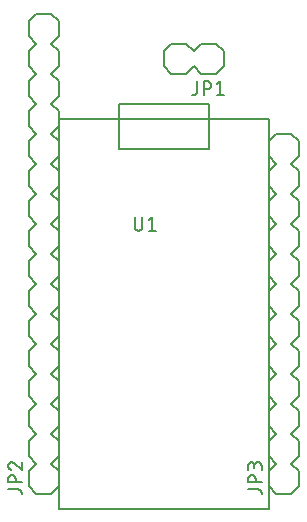
<source format=gbr>
G04 EAGLE Gerber RS-274X export*
G75*
%MOMM*%
%FSLAX34Y34*%
%LPD*%
%INSilkscreen Top*%
%IPPOS*%
%AMOC8*
5,1,8,0,0,1.08239X$1,22.5*%
G01*
%ADD10C,0.127000*%
%ADD11C,0.203200*%


D10*
X25400Y330200D02*
X203200Y330200D01*
X203200Y0D01*
X25400Y0D01*
X25400Y330200D01*
X76200Y342900D02*
X76200Y304800D01*
X152400Y304800D01*
X152400Y342900D01*
X76200Y342900D01*
X89535Y247015D02*
X89535Y238760D01*
X89537Y238649D01*
X89543Y238539D01*
X89552Y238428D01*
X89566Y238318D01*
X89583Y238209D01*
X89604Y238100D01*
X89629Y237992D01*
X89658Y237885D01*
X89690Y237779D01*
X89726Y237674D01*
X89766Y237571D01*
X89809Y237469D01*
X89856Y237368D01*
X89907Y237269D01*
X89960Y237173D01*
X90017Y237078D01*
X90078Y236985D01*
X90141Y236894D01*
X90208Y236805D01*
X90278Y236719D01*
X90351Y236636D01*
X90426Y236554D01*
X90504Y236476D01*
X90586Y236401D01*
X90669Y236328D01*
X90755Y236258D01*
X90844Y236191D01*
X90935Y236128D01*
X91028Y236067D01*
X91123Y236010D01*
X91219Y235957D01*
X91318Y235906D01*
X91419Y235859D01*
X91521Y235816D01*
X91624Y235776D01*
X91729Y235740D01*
X91835Y235708D01*
X91942Y235679D01*
X92050Y235654D01*
X92159Y235633D01*
X92268Y235616D01*
X92378Y235602D01*
X92489Y235593D01*
X92599Y235587D01*
X92710Y235585D01*
X92821Y235587D01*
X92931Y235593D01*
X93042Y235602D01*
X93152Y235616D01*
X93261Y235633D01*
X93370Y235654D01*
X93478Y235679D01*
X93585Y235708D01*
X93691Y235740D01*
X93796Y235776D01*
X93899Y235816D01*
X94001Y235859D01*
X94102Y235906D01*
X94201Y235957D01*
X94297Y236010D01*
X94392Y236067D01*
X94485Y236128D01*
X94576Y236191D01*
X94665Y236258D01*
X94751Y236328D01*
X94834Y236401D01*
X94916Y236476D01*
X94994Y236554D01*
X95069Y236636D01*
X95142Y236719D01*
X95212Y236805D01*
X95279Y236894D01*
X95342Y236985D01*
X95403Y237078D01*
X95460Y237172D01*
X95513Y237269D01*
X95564Y237368D01*
X95611Y237469D01*
X95654Y237571D01*
X95694Y237674D01*
X95730Y237779D01*
X95762Y237885D01*
X95791Y237992D01*
X95816Y238100D01*
X95837Y238209D01*
X95854Y238318D01*
X95868Y238428D01*
X95877Y238539D01*
X95883Y238649D01*
X95885Y238760D01*
X95885Y247015D01*
X101346Y244475D02*
X104521Y247015D01*
X104521Y235585D01*
X101346Y235585D02*
X107696Y235585D01*
D11*
X146050Y368300D02*
X158750Y368300D01*
X146050Y368300D02*
X139700Y374650D01*
X139700Y387350D02*
X146050Y393700D01*
X139700Y374650D02*
X133350Y368300D01*
X120650Y368300D01*
X114300Y374650D01*
X114300Y387350D02*
X120650Y393700D01*
X133350Y393700D01*
X139700Y387350D01*
X165100Y387350D02*
X165100Y374650D01*
X158750Y368300D01*
X165100Y387350D02*
X158750Y393700D01*
X146050Y393700D01*
X114300Y387350D02*
X114300Y374650D01*
D10*
X142038Y362077D02*
X142038Y353187D01*
X142036Y353087D01*
X142030Y352988D01*
X142020Y352888D01*
X142007Y352790D01*
X141989Y352691D01*
X141968Y352594D01*
X141943Y352498D01*
X141914Y352402D01*
X141881Y352308D01*
X141845Y352215D01*
X141805Y352124D01*
X141761Y352034D01*
X141714Y351946D01*
X141664Y351860D01*
X141610Y351776D01*
X141553Y351694D01*
X141493Y351615D01*
X141429Y351537D01*
X141363Y351463D01*
X141294Y351391D01*
X141222Y351322D01*
X141148Y351256D01*
X141070Y351192D01*
X140991Y351132D01*
X140909Y351075D01*
X140825Y351021D01*
X140739Y350971D01*
X140651Y350924D01*
X140561Y350880D01*
X140470Y350840D01*
X140377Y350804D01*
X140283Y350771D01*
X140187Y350742D01*
X140091Y350717D01*
X139994Y350696D01*
X139895Y350678D01*
X139797Y350665D01*
X139697Y350655D01*
X139598Y350649D01*
X139498Y350647D01*
X138228Y350647D01*
X148019Y350647D02*
X148019Y362077D01*
X151194Y362077D01*
X151305Y362075D01*
X151415Y362069D01*
X151526Y362060D01*
X151636Y362046D01*
X151745Y362029D01*
X151854Y362008D01*
X151962Y361983D01*
X152069Y361954D01*
X152175Y361922D01*
X152280Y361886D01*
X152383Y361846D01*
X152485Y361803D01*
X152586Y361756D01*
X152685Y361705D01*
X152782Y361652D01*
X152876Y361595D01*
X152969Y361534D01*
X153060Y361471D01*
X153149Y361404D01*
X153235Y361334D01*
X153318Y361261D01*
X153400Y361186D01*
X153478Y361108D01*
X153553Y361026D01*
X153626Y360943D01*
X153696Y360857D01*
X153763Y360768D01*
X153826Y360677D01*
X153887Y360584D01*
X153944Y360489D01*
X153997Y360393D01*
X154048Y360294D01*
X154095Y360193D01*
X154138Y360091D01*
X154178Y359988D01*
X154214Y359883D01*
X154246Y359777D01*
X154275Y359670D01*
X154300Y359562D01*
X154321Y359453D01*
X154338Y359344D01*
X154352Y359234D01*
X154361Y359123D01*
X154367Y359013D01*
X154369Y358902D01*
X154367Y358791D01*
X154361Y358681D01*
X154352Y358570D01*
X154338Y358460D01*
X154321Y358351D01*
X154300Y358242D01*
X154275Y358134D01*
X154246Y358027D01*
X154214Y357921D01*
X154178Y357816D01*
X154138Y357713D01*
X154095Y357611D01*
X154048Y357510D01*
X153997Y357411D01*
X153944Y357314D01*
X153887Y357220D01*
X153826Y357127D01*
X153763Y357036D01*
X153696Y356947D01*
X153626Y356861D01*
X153553Y356778D01*
X153478Y356696D01*
X153400Y356618D01*
X153318Y356543D01*
X153235Y356470D01*
X153149Y356400D01*
X153060Y356333D01*
X152969Y356270D01*
X152876Y356209D01*
X152781Y356152D01*
X152685Y356099D01*
X152586Y356048D01*
X152485Y356001D01*
X152383Y355958D01*
X152280Y355918D01*
X152175Y355882D01*
X152069Y355850D01*
X151962Y355821D01*
X151854Y355796D01*
X151745Y355775D01*
X151636Y355758D01*
X151526Y355744D01*
X151415Y355735D01*
X151305Y355729D01*
X151194Y355727D01*
X148019Y355727D01*
X158877Y359537D02*
X162052Y362077D01*
X162052Y350647D01*
X158877Y350647D02*
X165227Y350647D01*
D11*
X19050Y12700D02*
X6350Y12700D01*
X6350Y419100D02*
X19050Y419100D01*
X0Y184150D02*
X0Y171450D01*
X0Y184150D02*
X6350Y190500D01*
X19050Y190500D02*
X25400Y184150D01*
X0Y146050D02*
X6350Y139700D01*
X0Y146050D02*
X0Y158750D01*
X6350Y165100D01*
X19050Y165100D02*
X25400Y158750D01*
X25400Y146050D01*
X19050Y139700D01*
X6350Y165100D02*
X0Y171450D01*
X19050Y165100D02*
X25400Y171450D01*
X25400Y184150D01*
X0Y107950D02*
X0Y95250D01*
X0Y107950D02*
X6350Y114300D01*
X19050Y114300D02*
X25400Y107950D01*
X6350Y114300D02*
X0Y120650D01*
X0Y133350D01*
X6350Y139700D01*
X19050Y139700D02*
X25400Y133350D01*
X25400Y120650D01*
X19050Y114300D01*
X0Y69850D02*
X6350Y63500D01*
X0Y69850D02*
X0Y82550D01*
X6350Y88900D01*
X19050Y88900D02*
X25400Y82550D01*
X25400Y69850D01*
X19050Y63500D01*
X6350Y88900D02*
X0Y95250D01*
X19050Y88900D02*
X25400Y95250D01*
X25400Y107950D01*
X0Y31750D02*
X0Y19050D01*
X0Y31750D02*
X6350Y38100D01*
X19050Y38100D02*
X25400Y31750D01*
X6350Y38100D02*
X0Y44450D01*
X0Y57150D01*
X6350Y63500D01*
X19050Y63500D02*
X25400Y57150D01*
X25400Y44450D01*
X19050Y38100D01*
X19050Y12700D02*
X6350Y12700D01*
X0Y19050D01*
X19050Y12700D02*
X25400Y19050D01*
X25400Y31750D01*
X0Y349250D02*
X0Y361950D01*
X6350Y368300D01*
X19050Y368300D02*
X25400Y361950D01*
X0Y323850D02*
X6350Y317500D01*
X0Y323850D02*
X0Y336550D01*
X6350Y342900D01*
X19050Y342900D02*
X25400Y336550D01*
X25400Y323850D01*
X19050Y317500D01*
X6350Y342900D02*
X0Y349250D01*
X19050Y342900D02*
X25400Y349250D01*
X25400Y361950D01*
X0Y285750D02*
X0Y273050D01*
X0Y285750D02*
X6350Y292100D01*
X19050Y292100D02*
X25400Y285750D01*
X6350Y292100D02*
X0Y298450D01*
X0Y311150D01*
X6350Y317500D01*
X19050Y317500D02*
X25400Y311150D01*
X25400Y298450D01*
X19050Y292100D01*
X0Y247650D02*
X6350Y241300D01*
X0Y247650D02*
X0Y260350D01*
X6350Y266700D01*
X19050Y266700D02*
X25400Y260350D01*
X25400Y247650D01*
X19050Y241300D01*
X6350Y266700D02*
X0Y273050D01*
X19050Y266700D02*
X25400Y273050D01*
X25400Y285750D01*
X0Y209550D02*
X0Y196850D01*
X0Y209550D02*
X6350Y215900D01*
X19050Y215900D02*
X25400Y209550D01*
X6350Y215900D02*
X0Y222250D01*
X0Y234950D01*
X6350Y241300D01*
X19050Y241300D02*
X25400Y234950D01*
X25400Y222250D01*
X19050Y215900D01*
X0Y196850D02*
X6350Y190500D01*
X19050Y190500D02*
X25400Y196850D01*
X25400Y209550D01*
X6350Y368300D02*
X0Y374650D01*
X0Y387350D01*
X6350Y393700D01*
X19050Y393700D02*
X25400Y387350D01*
X25400Y374650D01*
X19050Y368300D01*
X6350Y393700D02*
X0Y400050D01*
X0Y412750D01*
X6350Y419100D01*
X19050Y419100D01*
X25400Y412750D01*
X25400Y400050D01*
X19050Y393700D01*
D10*
X-8763Y16383D02*
X-17653Y16383D01*
X-8763Y16383D02*
X-8663Y16381D01*
X-8564Y16375D01*
X-8464Y16365D01*
X-8366Y16352D01*
X-8267Y16334D01*
X-8170Y16313D01*
X-8074Y16288D01*
X-7978Y16259D01*
X-7884Y16226D01*
X-7791Y16190D01*
X-7700Y16150D01*
X-7610Y16106D01*
X-7522Y16059D01*
X-7436Y16009D01*
X-7352Y15955D01*
X-7270Y15898D01*
X-7191Y15838D01*
X-7113Y15774D01*
X-7039Y15708D01*
X-6967Y15639D01*
X-6898Y15567D01*
X-6832Y15493D01*
X-6768Y15415D01*
X-6708Y15336D01*
X-6651Y15254D01*
X-6597Y15170D01*
X-6547Y15084D01*
X-6500Y14996D01*
X-6456Y14906D01*
X-6416Y14815D01*
X-6380Y14722D01*
X-6347Y14628D01*
X-6318Y14532D01*
X-6293Y14436D01*
X-6272Y14339D01*
X-6254Y14240D01*
X-6241Y14142D01*
X-6231Y14042D01*
X-6225Y13943D01*
X-6223Y13843D01*
X-6223Y12573D01*
X-6223Y22363D02*
X-17653Y22363D01*
X-17653Y25538D01*
X-17651Y25649D01*
X-17645Y25759D01*
X-17636Y25870D01*
X-17622Y25980D01*
X-17605Y26089D01*
X-17584Y26198D01*
X-17559Y26306D01*
X-17530Y26413D01*
X-17498Y26519D01*
X-17462Y26624D01*
X-17422Y26727D01*
X-17379Y26829D01*
X-17332Y26930D01*
X-17281Y27029D01*
X-17228Y27125D01*
X-17171Y27220D01*
X-17110Y27313D01*
X-17047Y27404D01*
X-16980Y27493D01*
X-16910Y27579D01*
X-16837Y27662D01*
X-16762Y27744D01*
X-16684Y27822D01*
X-16602Y27897D01*
X-16519Y27970D01*
X-16433Y28040D01*
X-16344Y28107D01*
X-16253Y28170D01*
X-16160Y28231D01*
X-16066Y28288D01*
X-15969Y28341D01*
X-15870Y28392D01*
X-15769Y28439D01*
X-15667Y28482D01*
X-15564Y28522D01*
X-15459Y28558D01*
X-15353Y28590D01*
X-15246Y28619D01*
X-15138Y28644D01*
X-15029Y28665D01*
X-14920Y28682D01*
X-14810Y28696D01*
X-14699Y28705D01*
X-14589Y28711D01*
X-14478Y28713D01*
X-14367Y28711D01*
X-14257Y28705D01*
X-14146Y28696D01*
X-14036Y28682D01*
X-13927Y28665D01*
X-13818Y28644D01*
X-13710Y28619D01*
X-13603Y28590D01*
X-13497Y28558D01*
X-13392Y28522D01*
X-13289Y28482D01*
X-13187Y28439D01*
X-13086Y28392D01*
X-12987Y28341D01*
X-12891Y28288D01*
X-12796Y28231D01*
X-12703Y28170D01*
X-12612Y28107D01*
X-12523Y28040D01*
X-12437Y27970D01*
X-12354Y27897D01*
X-12272Y27822D01*
X-12194Y27744D01*
X-12119Y27662D01*
X-12046Y27579D01*
X-11976Y27493D01*
X-11909Y27404D01*
X-11846Y27313D01*
X-11785Y27220D01*
X-11728Y27126D01*
X-11675Y27029D01*
X-11624Y26930D01*
X-11577Y26829D01*
X-11534Y26727D01*
X-11494Y26624D01*
X-11458Y26519D01*
X-11426Y26413D01*
X-11397Y26306D01*
X-11372Y26198D01*
X-11351Y26089D01*
X-11334Y25980D01*
X-11320Y25870D01*
X-11311Y25759D01*
X-11305Y25649D01*
X-11303Y25538D01*
X-11303Y22363D01*
X-17654Y36714D02*
X-17652Y36818D01*
X-17646Y36923D01*
X-17637Y37027D01*
X-17624Y37130D01*
X-17606Y37233D01*
X-17586Y37335D01*
X-17561Y37437D01*
X-17533Y37537D01*
X-17501Y37637D01*
X-17465Y37735D01*
X-17426Y37832D01*
X-17384Y37927D01*
X-17338Y38021D01*
X-17288Y38113D01*
X-17236Y38203D01*
X-17180Y38291D01*
X-17120Y38377D01*
X-17058Y38461D01*
X-16993Y38542D01*
X-16925Y38621D01*
X-16853Y38698D01*
X-16780Y38771D01*
X-16703Y38843D01*
X-16624Y38911D01*
X-16543Y38976D01*
X-16459Y39038D01*
X-16373Y39098D01*
X-16285Y39154D01*
X-16195Y39206D01*
X-16103Y39256D01*
X-16009Y39302D01*
X-15914Y39344D01*
X-15817Y39383D01*
X-15719Y39419D01*
X-15619Y39451D01*
X-15519Y39479D01*
X-15417Y39504D01*
X-15315Y39524D01*
X-15212Y39542D01*
X-15109Y39555D01*
X-15005Y39564D01*
X-14900Y39570D01*
X-14796Y39572D01*
X-17653Y36714D02*
X-17651Y36596D01*
X-17645Y36477D01*
X-17636Y36359D01*
X-17623Y36242D01*
X-17605Y36125D01*
X-17585Y36008D01*
X-17560Y35892D01*
X-17532Y35777D01*
X-17499Y35664D01*
X-17464Y35551D01*
X-17424Y35439D01*
X-17382Y35329D01*
X-17335Y35220D01*
X-17285Y35112D01*
X-17232Y35007D01*
X-17175Y34903D01*
X-17115Y34801D01*
X-17052Y34701D01*
X-16985Y34603D01*
X-16916Y34507D01*
X-16843Y34414D01*
X-16767Y34323D01*
X-16689Y34234D01*
X-16607Y34148D01*
X-16523Y34065D01*
X-16437Y33984D01*
X-16347Y33907D01*
X-16256Y33832D01*
X-16162Y33760D01*
X-16065Y33691D01*
X-15967Y33626D01*
X-15866Y33563D01*
X-15763Y33504D01*
X-15659Y33448D01*
X-15553Y33396D01*
X-15445Y33347D01*
X-15336Y33302D01*
X-15225Y33260D01*
X-15113Y33222D01*
X-12574Y38620D02*
X-12649Y38696D01*
X-12728Y38771D01*
X-12809Y38842D01*
X-12893Y38911D01*
X-12979Y38976D01*
X-13067Y39038D01*
X-13157Y39098D01*
X-13249Y39154D01*
X-13344Y39207D01*
X-13440Y39256D01*
X-13538Y39302D01*
X-13637Y39345D01*
X-13738Y39384D01*
X-13840Y39419D01*
X-13943Y39451D01*
X-14047Y39479D01*
X-14152Y39504D01*
X-14259Y39525D01*
X-14365Y39542D01*
X-14472Y39555D01*
X-14580Y39564D01*
X-14688Y39570D01*
X-14796Y39572D01*
X-12573Y38619D02*
X-6223Y33222D01*
X-6223Y39572D01*
D11*
X203200Y171450D02*
X203200Y184150D01*
X209550Y190500D01*
X222250Y190500D02*
X228600Y184150D01*
X203200Y146050D02*
X209550Y139700D01*
X203200Y146050D02*
X203200Y158750D01*
X209550Y165100D01*
X222250Y165100D02*
X228600Y158750D01*
X228600Y146050D01*
X222250Y139700D01*
X209550Y165100D02*
X203200Y171450D01*
X222250Y165100D02*
X228600Y171450D01*
X228600Y184150D01*
X203200Y107950D02*
X203200Y95250D01*
X203200Y107950D02*
X209550Y114300D01*
X222250Y114300D02*
X228600Y107950D01*
X209550Y114300D02*
X203200Y120650D01*
X203200Y133350D01*
X209550Y139700D01*
X222250Y139700D02*
X228600Y133350D01*
X228600Y120650D01*
X222250Y114300D01*
X203200Y69850D02*
X209550Y63500D01*
X203200Y69850D02*
X203200Y82550D01*
X209550Y88900D01*
X222250Y88900D02*
X228600Y82550D01*
X228600Y69850D01*
X222250Y63500D01*
X209550Y88900D02*
X203200Y95250D01*
X222250Y88900D02*
X228600Y95250D01*
X228600Y107950D01*
X203200Y31750D02*
X203200Y19050D01*
X203200Y31750D02*
X209550Y38100D01*
X222250Y38100D02*
X228600Y31750D01*
X209550Y38100D02*
X203200Y44450D01*
X203200Y57150D01*
X209550Y63500D01*
X222250Y63500D02*
X228600Y57150D01*
X228600Y44450D01*
X222250Y38100D01*
X222250Y12700D02*
X209550Y12700D01*
X203200Y19050D01*
X222250Y12700D02*
X228600Y19050D01*
X228600Y31750D01*
X203200Y196850D02*
X203200Y209550D01*
X209550Y215900D01*
X222250Y215900D02*
X228600Y209550D01*
X209550Y190500D02*
X203200Y196850D01*
X222250Y190500D02*
X228600Y196850D01*
X228600Y209550D01*
X203200Y222250D02*
X203200Y234950D01*
X209550Y241300D01*
X222250Y241300D02*
X228600Y234950D01*
X209550Y215900D02*
X203200Y222250D01*
X222250Y215900D02*
X228600Y222250D01*
X228600Y234950D01*
X203200Y247650D02*
X203200Y260350D01*
X209550Y266700D01*
X222250Y266700D02*
X228600Y260350D01*
X209550Y241300D02*
X203200Y247650D01*
X222250Y241300D02*
X228600Y247650D01*
X228600Y260350D01*
X203200Y273050D02*
X203200Y285750D01*
X209550Y292100D01*
X222250Y292100D02*
X228600Y285750D01*
X209550Y266700D02*
X203200Y273050D01*
X222250Y266700D02*
X228600Y273050D01*
X228600Y285750D01*
X203200Y298450D02*
X203200Y311150D01*
X209550Y317500D01*
X222250Y317500D01*
X228600Y311150D01*
X209550Y292100D02*
X203200Y298450D01*
X222250Y292100D02*
X228600Y298450D01*
X228600Y311150D01*
D10*
X194437Y16383D02*
X185547Y16383D01*
X194437Y16383D02*
X194537Y16381D01*
X194636Y16375D01*
X194736Y16365D01*
X194834Y16352D01*
X194933Y16334D01*
X195030Y16313D01*
X195126Y16288D01*
X195222Y16259D01*
X195316Y16226D01*
X195409Y16190D01*
X195500Y16150D01*
X195590Y16106D01*
X195678Y16059D01*
X195764Y16009D01*
X195848Y15955D01*
X195930Y15898D01*
X196009Y15838D01*
X196087Y15774D01*
X196161Y15708D01*
X196233Y15639D01*
X196302Y15567D01*
X196368Y15493D01*
X196432Y15415D01*
X196492Y15336D01*
X196549Y15254D01*
X196603Y15170D01*
X196653Y15084D01*
X196700Y14996D01*
X196744Y14906D01*
X196784Y14815D01*
X196820Y14722D01*
X196853Y14628D01*
X196882Y14532D01*
X196907Y14436D01*
X196928Y14339D01*
X196946Y14240D01*
X196959Y14142D01*
X196969Y14042D01*
X196975Y13943D01*
X196977Y13843D01*
X196977Y12573D01*
X196977Y22363D02*
X185547Y22363D01*
X185547Y25538D01*
X185549Y25649D01*
X185555Y25759D01*
X185564Y25870D01*
X185578Y25980D01*
X185595Y26089D01*
X185616Y26198D01*
X185641Y26306D01*
X185670Y26413D01*
X185702Y26519D01*
X185738Y26624D01*
X185778Y26727D01*
X185821Y26829D01*
X185868Y26930D01*
X185919Y27029D01*
X185972Y27125D01*
X186029Y27220D01*
X186090Y27313D01*
X186153Y27404D01*
X186220Y27493D01*
X186290Y27579D01*
X186363Y27662D01*
X186438Y27744D01*
X186516Y27822D01*
X186598Y27897D01*
X186681Y27970D01*
X186767Y28040D01*
X186856Y28107D01*
X186947Y28170D01*
X187040Y28231D01*
X187135Y28288D01*
X187231Y28341D01*
X187330Y28392D01*
X187431Y28439D01*
X187533Y28482D01*
X187636Y28522D01*
X187741Y28558D01*
X187847Y28590D01*
X187954Y28619D01*
X188062Y28644D01*
X188171Y28665D01*
X188280Y28682D01*
X188390Y28696D01*
X188501Y28705D01*
X188611Y28711D01*
X188722Y28713D01*
X188833Y28711D01*
X188943Y28705D01*
X189054Y28696D01*
X189164Y28682D01*
X189273Y28665D01*
X189382Y28644D01*
X189490Y28619D01*
X189597Y28590D01*
X189703Y28558D01*
X189808Y28522D01*
X189911Y28482D01*
X190013Y28439D01*
X190114Y28392D01*
X190213Y28341D01*
X190310Y28288D01*
X190404Y28231D01*
X190497Y28170D01*
X190588Y28107D01*
X190677Y28040D01*
X190763Y27970D01*
X190846Y27897D01*
X190928Y27822D01*
X191006Y27744D01*
X191081Y27662D01*
X191154Y27579D01*
X191224Y27493D01*
X191291Y27404D01*
X191354Y27313D01*
X191415Y27220D01*
X191472Y27126D01*
X191525Y27029D01*
X191576Y26930D01*
X191623Y26829D01*
X191666Y26727D01*
X191706Y26624D01*
X191742Y26519D01*
X191774Y26413D01*
X191803Y26306D01*
X191828Y26198D01*
X191849Y26089D01*
X191866Y25980D01*
X191880Y25870D01*
X191889Y25759D01*
X191895Y25649D01*
X191897Y25538D01*
X191897Y22363D01*
X196977Y33222D02*
X196977Y36397D01*
X196975Y36508D01*
X196969Y36618D01*
X196960Y36729D01*
X196946Y36839D01*
X196929Y36948D01*
X196908Y37057D01*
X196883Y37165D01*
X196854Y37272D01*
X196822Y37378D01*
X196786Y37483D01*
X196746Y37586D01*
X196703Y37688D01*
X196656Y37789D01*
X196605Y37888D01*
X196552Y37985D01*
X196495Y38079D01*
X196434Y38172D01*
X196371Y38263D01*
X196304Y38352D01*
X196234Y38438D01*
X196161Y38521D01*
X196086Y38603D01*
X196008Y38681D01*
X195926Y38756D01*
X195843Y38829D01*
X195757Y38899D01*
X195668Y38966D01*
X195577Y39029D01*
X195484Y39090D01*
X195390Y39147D01*
X195293Y39200D01*
X195194Y39251D01*
X195093Y39298D01*
X194991Y39341D01*
X194888Y39381D01*
X194783Y39417D01*
X194677Y39449D01*
X194570Y39478D01*
X194462Y39503D01*
X194353Y39524D01*
X194244Y39541D01*
X194134Y39555D01*
X194023Y39564D01*
X193913Y39570D01*
X193802Y39572D01*
X193691Y39570D01*
X193581Y39564D01*
X193470Y39555D01*
X193360Y39541D01*
X193251Y39524D01*
X193142Y39503D01*
X193034Y39478D01*
X192927Y39449D01*
X192821Y39417D01*
X192716Y39381D01*
X192613Y39341D01*
X192511Y39298D01*
X192410Y39251D01*
X192311Y39200D01*
X192215Y39147D01*
X192120Y39090D01*
X192027Y39029D01*
X191936Y38966D01*
X191847Y38899D01*
X191761Y38829D01*
X191678Y38756D01*
X191596Y38681D01*
X191518Y38603D01*
X191443Y38521D01*
X191370Y38438D01*
X191300Y38352D01*
X191233Y38263D01*
X191170Y38172D01*
X191109Y38079D01*
X191052Y37984D01*
X190999Y37888D01*
X190948Y37789D01*
X190901Y37688D01*
X190858Y37586D01*
X190818Y37483D01*
X190782Y37378D01*
X190750Y37272D01*
X190721Y37165D01*
X190696Y37057D01*
X190675Y36948D01*
X190658Y36839D01*
X190644Y36729D01*
X190635Y36618D01*
X190629Y36508D01*
X190627Y36397D01*
X185547Y37032D02*
X185547Y33222D01*
X185547Y37032D02*
X185549Y37132D01*
X185555Y37231D01*
X185565Y37331D01*
X185578Y37429D01*
X185596Y37528D01*
X185617Y37625D01*
X185642Y37721D01*
X185671Y37817D01*
X185704Y37911D01*
X185740Y38004D01*
X185780Y38095D01*
X185824Y38185D01*
X185871Y38273D01*
X185921Y38359D01*
X185975Y38443D01*
X186032Y38525D01*
X186092Y38604D01*
X186156Y38682D01*
X186222Y38756D01*
X186291Y38828D01*
X186363Y38897D01*
X186437Y38963D01*
X186515Y39027D01*
X186594Y39087D01*
X186676Y39144D01*
X186760Y39198D01*
X186846Y39248D01*
X186934Y39295D01*
X187024Y39339D01*
X187115Y39379D01*
X187208Y39415D01*
X187302Y39448D01*
X187398Y39477D01*
X187494Y39502D01*
X187591Y39523D01*
X187690Y39541D01*
X187788Y39554D01*
X187888Y39564D01*
X187987Y39570D01*
X188087Y39572D01*
X188187Y39570D01*
X188286Y39564D01*
X188386Y39554D01*
X188484Y39541D01*
X188583Y39523D01*
X188680Y39502D01*
X188776Y39477D01*
X188872Y39448D01*
X188966Y39415D01*
X189059Y39379D01*
X189150Y39339D01*
X189240Y39295D01*
X189328Y39248D01*
X189414Y39198D01*
X189498Y39144D01*
X189580Y39087D01*
X189659Y39027D01*
X189737Y38963D01*
X189811Y38897D01*
X189883Y38828D01*
X189952Y38756D01*
X190018Y38682D01*
X190082Y38604D01*
X190142Y38525D01*
X190199Y38443D01*
X190253Y38359D01*
X190303Y38273D01*
X190350Y38185D01*
X190394Y38095D01*
X190434Y38004D01*
X190470Y37911D01*
X190503Y37817D01*
X190532Y37721D01*
X190557Y37625D01*
X190578Y37528D01*
X190596Y37429D01*
X190609Y37331D01*
X190619Y37231D01*
X190625Y37132D01*
X190627Y37032D01*
X190627Y34492D01*
M02*

</source>
